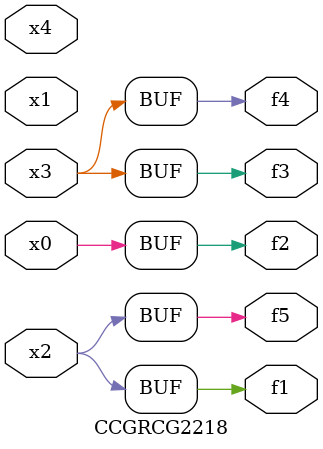
<source format=v>
module CCGRCG2218(
	input x0, x1, x2, x3, x4,
	output f1, f2, f3, f4, f5
);
	assign f1 = x2;
	assign f2 = x0;
	assign f3 = x3;
	assign f4 = x3;
	assign f5 = x2;
endmodule

</source>
